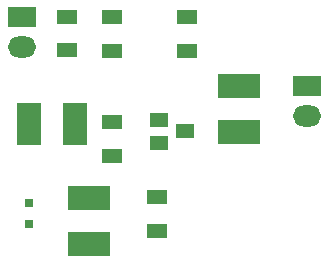
<source format=gbr>
G04 --- HEADER BEGIN --- *
%TF.GenerationSoftware,LibrePCB,LibrePCB,0.1.5*%
%TF.CreationDate,2021-06-20T18:39:02*%
%TF.ProjectId,Project_1 - Project_1,33df2010-fc84-4cad-912d-d0e73ea2b767,v1*%
%TF.Part,Single*%
%FSLAX66Y66*%
%MOMM*%
G01*
G74*
G04 --- HEADER END --- *
G04 --- APERTURE LIST BEGIN --- *
%ADD10R,3.6X2.1*%
%ADD11R,1.8X1.25*%
%ADD12O,2.39X1.787*%
%ADD13R,2.39X1.787*%
%ADD14R,0.7X0.7*%
%ADD15R,1.6X1.2*%
%ADD16R,2.1X3.6*%
G04 --- APERTURE LIST END --- *
G04 --- BOARD BEGIN --- *
D10*
X8255000Y5760000D03*
X8255000Y1860000D03*
D11*
X10160000Y21110000D03*
X10160000Y18260000D03*
X16510000Y21110000D03*
X16510000Y18260000D03*
X13970000Y5870000D03*
X13970000Y3020000D03*
D12*
X26670000Y12700000D03*
D13*
X26670000Y15240000D03*
D11*
X6360000Y21140000D03*
X6360000Y18290000D03*
X10160000Y12220000D03*
X10160000Y9370000D03*
D14*
X3175000Y5345000D03*
X3175000Y3545000D03*
D12*
X2540000Y18595000D03*
D13*
X2540000Y21135000D03*
D15*
X14140000Y10480000D03*
X16340000Y11430000D03*
X14140000Y12380000D03*
D10*
X20955000Y11385000D03*
X20955000Y15285000D03*
D16*
X7030000Y12065000D03*
X3130000Y12065000D03*
G04 --- BOARD END --- *
%TF.MD5,9d6dc7a372de4df1d6bbf62a7860e546*%
M02*

</source>
